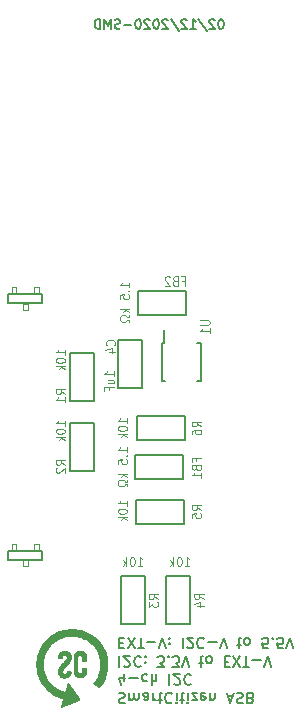
<source format=gbr>
G04 #@! TF.GenerationSoftware,KiCad,Pcbnew,(5.1.5-0-10_14)*
G04 #@! TF.CreationDate,2020-12-02T11:51:34+01:00*
G04 #@! TF.ProjectId,smartcitizen-adc-4-ch,736d6172-7463-4697-9469-7a656e2d6164,rev?*
G04 #@! TF.SameCoordinates,Original*
G04 #@! TF.FileFunction,Legend,Bot*
G04 #@! TF.FilePolarity,Positive*
%FSLAX46Y46*%
G04 Gerber Fmt 4.6, Leading zero omitted, Abs format (unit mm)*
G04 Created by KiCad (PCBNEW (5.1.5-0-10_14)) date 2020-12-02 11:51:34*
%MOMM*%
%LPD*%
G04 APERTURE LIST*
%ADD10C,0.200000*%
%ADD11C,0.010000*%
%ADD12C,0.127000*%
%ADD13C,0.150000*%
%ADD14C,0.066040*%
%ADD15C,0.152400*%
%ADD16C,0.120000*%
G04 APERTURE END LIST*
D10*
X153101428Y-113060714D02*
X153230000Y-113017857D01*
X153444285Y-113017857D01*
X153530000Y-113060714D01*
X153572857Y-113103571D01*
X153615714Y-113189285D01*
X153615714Y-113275000D01*
X153572857Y-113360714D01*
X153530000Y-113403571D01*
X153444285Y-113446428D01*
X153272857Y-113489285D01*
X153187142Y-113532142D01*
X153144285Y-113575000D01*
X153101428Y-113660714D01*
X153101428Y-113746428D01*
X153144285Y-113832142D01*
X153187142Y-113875000D01*
X153272857Y-113917857D01*
X153487142Y-113917857D01*
X153615714Y-113875000D01*
X154001428Y-113017857D02*
X154001428Y-113617857D01*
X154001428Y-113532142D02*
X154044285Y-113575000D01*
X154130000Y-113617857D01*
X154258571Y-113617857D01*
X154344285Y-113575000D01*
X154387142Y-113489285D01*
X154387142Y-113017857D01*
X154387142Y-113489285D02*
X154430000Y-113575000D01*
X154515714Y-113617857D01*
X154644285Y-113617857D01*
X154730000Y-113575000D01*
X154772857Y-113489285D01*
X154772857Y-113017857D01*
X155587142Y-113017857D02*
X155587142Y-113489285D01*
X155544285Y-113575000D01*
X155458571Y-113617857D01*
X155287142Y-113617857D01*
X155201428Y-113575000D01*
X155587142Y-113060714D02*
X155501428Y-113017857D01*
X155287142Y-113017857D01*
X155201428Y-113060714D01*
X155158571Y-113146428D01*
X155158571Y-113232142D01*
X155201428Y-113317857D01*
X155287142Y-113360714D01*
X155501428Y-113360714D01*
X155587142Y-113403571D01*
X156015714Y-113017857D02*
X156015714Y-113617857D01*
X156015714Y-113446428D02*
X156058571Y-113532142D01*
X156101428Y-113575000D01*
X156187142Y-113617857D01*
X156272857Y-113617857D01*
X156444285Y-113617857D02*
X156787142Y-113617857D01*
X156572857Y-113917857D02*
X156572857Y-113146428D01*
X156615714Y-113060714D01*
X156701428Y-113017857D01*
X156787142Y-113017857D01*
X157601428Y-113103571D02*
X157558571Y-113060714D01*
X157430000Y-113017857D01*
X157344285Y-113017857D01*
X157215714Y-113060714D01*
X157130000Y-113146428D01*
X157087142Y-113232142D01*
X157044285Y-113403571D01*
X157044285Y-113532142D01*
X157087142Y-113703571D01*
X157130000Y-113789285D01*
X157215714Y-113875000D01*
X157344285Y-113917857D01*
X157430000Y-113917857D01*
X157558571Y-113875000D01*
X157601428Y-113832142D01*
X157987142Y-113017857D02*
X157987142Y-113617857D01*
X157987142Y-113917857D02*
X157944285Y-113875000D01*
X157987142Y-113832142D01*
X158030000Y-113875000D01*
X157987142Y-113917857D01*
X157987142Y-113832142D01*
X158287142Y-113617857D02*
X158630000Y-113617857D01*
X158415714Y-113917857D02*
X158415714Y-113146428D01*
X158458571Y-113060714D01*
X158544285Y-113017857D01*
X158630000Y-113017857D01*
X158930000Y-113017857D02*
X158930000Y-113617857D01*
X158930000Y-113917857D02*
X158887142Y-113875000D01*
X158930000Y-113832142D01*
X158972857Y-113875000D01*
X158930000Y-113917857D01*
X158930000Y-113832142D01*
X159272857Y-113617857D02*
X159744285Y-113617857D01*
X159272857Y-113017857D01*
X159744285Y-113017857D01*
X160430000Y-113060714D02*
X160344285Y-113017857D01*
X160172857Y-113017857D01*
X160087142Y-113060714D01*
X160044285Y-113146428D01*
X160044285Y-113489285D01*
X160087142Y-113575000D01*
X160172857Y-113617857D01*
X160344285Y-113617857D01*
X160430000Y-113575000D01*
X160472857Y-113489285D01*
X160472857Y-113403571D01*
X160044285Y-113317857D01*
X160858571Y-113617857D02*
X160858571Y-113017857D01*
X160858571Y-113532142D02*
X160901428Y-113575000D01*
X160987142Y-113617857D01*
X161115714Y-113617857D01*
X161201428Y-113575000D01*
X161244285Y-113489285D01*
X161244285Y-113017857D01*
X162315714Y-113275000D02*
X162744285Y-113275000D01*
X162230000Y-113017857D02*
X162530000Y-113917857D01*
X162830000Y-113017857D01*
X163087142Y-113060714D02*
X163215714Y-113017857D01*
X163430000Y-113017857D01*
X163515714Y-113060714D01*
X163558571Y-113103571D01*
X163601428Y-113189285D01*
X163601428Y-113275000D01*
X163558571Y-113360714D01*
X163515714Y-113403571D01*
X163430000Y-113446428D01*
X163258571Y-113489285D01*
X163172857Y-113532142D01*
X163130000Y-113575000D01*
X163087142Y-113660714D01*
X163087142Y-113746428D01*
X163130000Y-113832142D01*
X163172857Y-113875000D01*
X163258571Y-113917857D01*
X163472857Y-113917857D01*
X163601428Y-113875000D01*
X164287142Y-113489285D02*
X164415714Y-113446428D01*
X164458571Y-113403571D01*
X164501428Y-113317857D01*
X164501428Y-113189285D01*
X164458571Y-113103571D01*
X164415714Y-113060714D01*
X164330000Y-113017857D01*
X163987142Y-113017857D01*
X163987142Y-113917857D01*
X164287142Y-113917857D01*
X164372857Y-113875000D01*
X164415714Y-113832142D01*
X164458571Y-113746428D01*
X164458571Y-113660714D01*
X164415714Y-113575000D01*
X164372857Y-113532142D01*
X164287142Y-113489285D01*
X163987142Y-113489285D01*
X153530000Y-112067857D02*
X153530000Y-111467857D01*
X153315714Y-112410714D02*
X153101428Y-111767857D01*
X153658571Y-111767857D01*
X154001428Y-111810714D02*
X154687142Y-111810714D01*
X155501428Y-111510714D02*
X155415714Y-111467857D01*
X155244285Y-111467857D01*
X155158571Y-111510714D01*
X155115714Y-111553571D01*
X155072857Y-111639285D01*
X155072857Y-111896428D01*
X155115714Y-111982142D01*
X155158571Y-112025000D01*
X155244285Y-112067857D01*
X155415714Y-112067857D01*
X155501428Y-112025000D01*
X155887142Y-111467857D02*
X155887142Y-112367857D01*
X156272857Y-111467857D02*
X156272857Y-111939285D01*
X156230000Y-112025000D01*
X156144285Y-112067857D01*
X156015714Y-112067857D01*
X155930000Y-112025000D01*
X155887142Y-111982142D01*
X157387142Y-111467857D02*
X157387142Y-112367857D01*
X157772857Y-112282142D02*
X157815714Y-112325000D01*
X157901428Y-112367857D01*
X158115714Y-112367857D01*
X158201428Y-112325000D01*
X158244285Y-112282142D01*
X158287142Y-112196428D01*
X158287142Y-112110714D01*
X158244285Y-111982142D01*
X157730000Y-111467857D01*
X158287142Y-111467857D01*
X159187142Y-111553571D02*
X159144285Y-111510714D01*
X159015714Y-111467857D01*
X158930000Y-111467857D01*
X158801428Y-111510714D01*
X158715714Y-111596428D01*
X158672857Y-111682142D01*
X158630000Y-111853571D01*
X158630000Y-111982142D01*
X158672857Y-112153571D01*
X158715714Y-112239285D01*
X158801428Y-112325000D01*
X158930000Y-112367857D01*
X159015714Y-112367857D01*
X159144285Y-112325000D01*
X159187142Y-112282142D01*
X153144285Y-109917857D02*
X153144285Y-110817857D01*
X153530000Y-110732142D02*
X153572857Y-110775000D01*
X153658571Y-110817857D01*
X153872857Y-110817857D01*
X153958571Y-110775000D01*
X154001428Y-110732142D01*
X154044285Y-110646428D01*
X154044285Y-110560714D01*
X154001428Y-110432142D01*
X153487142Y-109917857D01*
X154044285Y-109917857D01*
X154944285Y-110003571D02*
X154901428Y-109960714D01*
X154772857Y-109917857D01*
X154687142Y-109917857D01*
X154558571Y-109960714D01*
X154472857Y-110046428D01*
X154430000Y-110132142D01*
X154387142Y-110303571D01*
X154387142Y-110432142D01*
X154430000Y-110603571D01*
X154472857Y-110689285D01*
X154558571Y-110775000D01*
X154687142Y-110817857D01*
X154772857Y-110817857D01*
X154901428Y-110775000D01*
X154944285Y-110732142D01*
X155330000Y-110003571D02*
X155372857Y-109960714D01*
X155330000Y-109917857D01*
X155287142Y-109960714D01*
X155330000Y-110003571D01*
X155330000Y-109917857D01*
X155330000Y-110475000D02*
X155372857Y-110432142D01*
X155330000Y-110389285D01*
X155287142Y-110432142D01*
X155330000Y-110475000D01*
X155330000Y-110389285D01*
X156358571Y-110817857D02*
X156915714Y-110817857D01*
X156615714Y-110475000D01*
X156744285Y-110475000D01*
X156830000Y-110432142D01*
X156872857Y-110389285D01*
X156915714Y-110303571D01*
X156915714Y-110089285D01*
X156872857Y-110003571D01*
X156830000Y-109960714D01*
X156744285Y-109917857D01*
X156487142Y-109917857D01*
X156401428Y-109960714D01*
X156358571Y-110003571D01*
X157301428Y-110003571D02*
X157344285Y-109960714D01*
X157301428Y-109917857D01*
X157258571Y-109960714D01*
X157301428Y-110003571D01*
X157301428Y-109917857D01*
X157644285Y-110817857D02*
X158201428Y-110817857D01*
X157901428Y-110475000D01*
X158030000Y-110475000D01*
X158115714Y-110432142D01*
X158158571Y-110389285D01*
X158201428Y-110303571D01*
X158201428Y-110089285D01*
X158158571Y-110003571D01*
X158115714Y-109960714D01*
X158030000Y-109917857D01*
X157772857Y-109917857D01*
X157687142Y-109960714D01*
X157644285Y-110003571D01*
X158458571Y-110817857D02*
X158758571Y-109917857D01*
X159058571Y-110817857D01*
X159915714Y-110517857D02*
X160258571Y-110517857D01*
X160044285Y-110817857D02*
X160044285Y-110046428D01*
X160087142Y-109960714D01*
X160172857Y-109917857D01*
X160258571Y-109917857D01*
X160687142Y-109917857D02*
X160601428Y-109960714D01*
X160558571Y-110003571D01*
X160515714Y-110089285D01*
X160515714Y-110346428D01*
X160558571Y-110432142D01*
X160601428Y-110475000D01*
X160687142Y-110517857D01*
X160815714Y-110517857D01*
X160901428Y-110475000D01*
X160944285Y-110432142D01*
X160987142Y-110346428D01*
X160987142Y-110089285D01*
X160944285Y-110003571D01*
X160901428Y-109960714D01*
X160815714Y-109917857D01*
X160687142Y-109917857D01*
X162058571Y-110389285D02*
X162358571Y-110389285D01*
X162487142Y-109917857D02*
X162058571Y-109917857D01*
X162058571Y-110817857D01*
X162487142Y-110817857D01*
X162787142Y-110817857D02*
X163387142Y-109917857D01*
X163387142Y-110817857D02*
X162787142Y-109917857D01*
X163601428Y-110817857D02*
X164115714Y-110817857D01*
X163858571Y-109917857D02*
X163858571Y-110817857D01*
X164415714Y-110260714D02*
X165101428Y-110260714D01*
X165401428Y-110817857D02*
X165701428Y-109917857D01*
X166001428Y-110817857D01*
X153144285Y-108839285D02*
X153444285Y-108839285D01*
X153572857Y-108367857D02*
X153144285Y-108367857D01*
X153144285Y-109267857D01*
X153572857Y-109267857D01*
X153872857Y-109267857D02*
X154472857Y-108367857D01*
X154472857Y-109267857D02*
X153872857Y-108367857D01*
X154687142Y-109267857D02*
X155201428Y-109267857D01*
X154944285Y-108367857D02*
X154944285Y-109267857D01*
X155501428Y-108710714D02*
X156187142Y-108710714D01*
X156487142Y-109267857D02*
X156787142Y-108367857D01*
X157087142Y-109267857D01*
X157387142Y-108453571D02*
X157430000Y-108410714D01*
X157387142Y-108367857D01*
X157344285Y-108410714D01*
X157387142Y-108453571D01*
X157387142Y-108367857D01*
X157387142Y-108925000D02*
X157430000Y-108882142D01*
X157387142Y-108839285D01*
X157344285Y-108882142D01*
X157387142Y-108925000D01*
X157387142Y-108839285D01*
X158501428Y-108367857D02*
X158501428Y-109267857D01*
X158887142Y-109182142D02*
X158930000Y-109225000D01*
X159015714Y-109267857D01*
X159230000Y-109267857D01*
X159315714Y-109225000D01*
X159358571Y-109182142D01*
X159401428Y-109096428D01*
X159401428Y-109010714D01*
X159358571Y-108882142D01*
X158844285Y-108367857D01*
X159401428Y-108367857D01*
X160301428Y-108453571D02*
X160258571Y-108410714D01*
X160130000Y-108367857D01*
X160044285Y-108367857D01*
X159915714Y-108410714D01*
X159830000Y-108496428D01*
X159787142Y-108582142D01*
X159744285Y-108753571D01*
X159744285Y-108882142D01*
X159787142Y-109053571D01*
X159830000Y-109139285D01*
X159915714Y-109225000D01*
X160044285Y-109267857D01*
X160130000Y-109267857D01*
X160258571Y-109225000D01*
X160301428Y-109182142D01*
X160687142Y-108710714D02*
X161372857Y-108710714D01*
X161672857Y-109267857D02*
X161972857Y-108367857D01*
X162272857Y-109267857D01*
X163130000Y-108967857D02*
X163472857Y-108967857D01*
X163258571Y-109267857D02*
X163258571Y-108496428D01*
X163301428Y-108410714D01*
X163387142Y-108367857D01*
X163472857Y-108367857D01*
X163901428Y-108367857D02*
X163815714Y-108410714D01*
X163772857Y-108453571D01*
X163730000Y-108539285D01*
X163730000Y-108796428D01*
X163772857Y-108882142D01*
X163815714Y-108925000D01*
X163901428Y-108967857D01*
X164030000Y-108967857D01*
X164115714Y-108925000D01*
X164158571Y-108882142D01*
X164201428Y-108796428D01*
X164201428Y-108539285D01*
X164158571Y-108453571D01*
X164115714Y-108410714D01*
X164030000Y-108367857D01*
X163901428Y-108367857D01*
X165701428Y-109267857D02*
X165272857Y-109267857D01*
X165230000Y-108839285D01*
X165272857Y-108882142D01*
X165358571Y-108925000D01*
X165572857Y-108925000D01*
X165658571Y-108882142D01*
X165701428Y-108839285D01*
X165744285Y-108753571D01*
X165744285Y-108539285D01*
X165701428Y-108453571D01*
X165658571Y-108410714D01*
X165572857Y-108367857D01*
X165358571Y-108367857D01*
X165272857Y-108410714D01*
X165230000Y-108453571D01*
X166130000Y-108453571D02*
X166172857Y-108410714D01*
X166130000Y-108367857D01*
X166087142Y-108410714D01*
X166130000Y-108453571D01*
X166130000Y-108367857D01*
X166987142Y-109267857D02*
X166558571Y-109267857D01*
X166515714Y-108839285D01*
X166558571Y-108882142D01*
X166644285Y-108925000D01*
X166858571Y-108925000D01*
X166944285Y-108882142D01*
X166987142Y-108839285D01*
X167030000Y-108753571D01*
X167030000Y-108539285D01*
X166987142Y-108453571D01*
X166944285Y-108410714D01*
X166858571Y-108367857D01*
X166644285Y-108367857D01*
X166558571Y-108410714D01*
X166515714Y-108453571D01*
X167287142Y-109267857D02*
X167587142Y-108367857D01*
X167887142Y-109267857D01*
X161786190Y-55991904D02*
X161710000Y-55991904D01*
X161633809Y-56030000D01*
X161595714Y-56068095D01*
X161557619Y-56144285D01*
X161519523Y-56296666D01*
X161519523Y-56487142D01*
X161557619Y-56639523D01*
X161595714Y-56715714D01*
X161633809Y-56753809D01*
X161710000Y-56791904D01*
X161786190Y-56791904D01*
X161862380Y-56753809D01*
X161900476Y-56715714D01*
X161938571Y-56639523D01*
X161976666Y-56487142D01*
X161976666Y-56296666D01*
X161938571Y-56144285D01*
X161900476Y-56068095D01*
X161862380Y-56030000D01*
X161786190Y-55991904D01*
X161214761Y-56068095D02*
X161176666Y-56030000D01*
X161100476Y-55991904D01*
X160910000Y-55991904D01*
X160833809Y-56030000D01*
X160795714Y-56068095D01*
X160757619Y-56144285D01*
X160757619Y-56220476D01*
X160795714Y-56334761D01*
X161252857Y-56791904D01*
X160757619Y-56791904D01*
X159843333Y-55953809D02*
X160529047Y-56982380D01*
X159157619Y-56791904D02*
X159614761Y-56791904D01*
X159386190Y-56791904D02*
X159386190Y-55991904D01*
X159462380Y-56106190D01*
X159538571Y-56182380D01*
X159614761Y-56220476D01*
X158852857Y-56068095D02*
X158814761Y-56030000D01*
X158738571Y-55991904D01*
X158548095Y-55991904D01*
X158471904Y-56030000D01*
X158433809Y-56068095D01*
X158395714Y-56144285D01*
X158395714Y-56220476D01*
X158433809Y-56334761D01*
X158890952Y-56791904D01*
X158395714Y-56791904D01*
X157481428Y-55953809D02*
X158167142Y-56982380D01*
X157252857Y-56068095D02*
X157214761Y-56030000D01*
X157138571Y-55991904D01*
X156948095Y-55991904D01*
X156871904Y-56030000D01*
X156833809Y-56068095D01*
X156795714Y-56144285D01*
X156795714Y-56220476D01*
X156833809Y-56334761D01*
X157290952Y-56791904D01*
X156795714Y-56791904D01*
X156300476Y-55991904D02*
X156224285Y-55991904D01*
X156148095Y-56030000D01*
X156110000Y-56068095D01*
X156071904Y-56144285D01*
X156033809Y-56296666D01*
X156033809Y-56487142D01*
X156071904Y-56639523D01*
X156110000Y-56715714D01*
X156148095Y-56753809D01*
X156224285Y-56791904D01*
X156300476Y-56791904D01*
X156376666Y-56753809D01*
X156414761Y-56715714D01*
X156452857Y-56639523D01*
X156490952Y-56487142D01*
X156490952Y-56296666D01*
X156452857Y-56144285D01*
X156414761Y-56068095D01*
X156376666Y-56030000D01*
X156300476Y-55991904D01*
X155729047Y-56068095D02*
X155690952Y-56030000D01*
X155614761Y-55991904D01*
X155424285Y-55991904D01*
X155348095Y-56030000D01*
X155310000Y-56068095D01*
X155271904Y-56144285D01*
X155271904Y-56220476D01*
X155310000Y-56334761D01*
X155767142Y-56791904D01*
X155271904Y-56791904D01*
X154776666Y-55991904D02*
X154700476Y-55991904D01*
X154624285Y-56030000D01*
X154586190Y-56068095D01*
X154548095Y-56144285D01*
X154510000Y-56296666D01*
X154510000Y-56487142D01*
X154548095Y-56639523D01*
X154586190Y-56715714D01*
X154624285Y-56753809D01*
X154700476Y-56791904D01*
X154776666Y-56791904D01*
X154852857Y-56753809D01*
X154890952Y-56715714D01*
X154929047Y-56639523D01*
X154967142Y-56487142D01*
X154967142Y-56296666D01*
X154929047Y-56144285D01*
X154890952Y-56068095D01*
X154852857Y-56030000D01*
X154776666Y-55991904D01*
X154167142Y-56487142D02*
X153557619Y-56487142D01*
X153214761Y-56753809D02*
X153100476Y-56791904D01*
X152910000Y-56791904D01*
X152833809Y-56753809D01*
X152795714Y-56715714D01*
X152757619Y-56639523D01*
X152757619Y-56563333D01*
X152795714Y-56487142D01*
X152833809Y-56449047D01*
X152910000Y-56410952D01*
X153062380Y-56372857D01*
X153138571Y-56334761D01*
X153176666Y-56296666D01*
X153214761Y-56220476D01*
X153214761Y-56144285D01*
X153176666Y-56068095D01*
X153138571Y-56030000D01*
X153062380Y-55991904D01*
X152871904Y-55991904D01*
X152757619Y-56030000D01*
X152414761Y-56791904D02*
X152414761Y-55991904D01*
X152148095Y-56563333D01*
X151881428Y-55991904D01*
X151881428Y-56791904D01*
X151500476Y-56791904D02*
X151500476Y-55991904D01*
X151310000Y-55991904D01*
X151195714Y-56030000D01*
X151119523Y-56106190D01*
X151081428Y-56182380D01*
X151043333Y-56334761D01*
X151043333Y-56449047D01*
X151081428Y-56601428D01*
X151119523Y-56677619D01*
X151195714Y-56753809D01*
X151310000Y-56791904D01*
X151500476Y-56791904D01*
D11*
G36*
X149827669Y-111723423D02*
G01*
X149862492Y-111721923D01*
X149893173Y-111719315D01*
X149916870Y-111715628D01*
X149917394Y-111715512D01*
X149989322Y-111694467D01*
X150056140Y-111664822D01*
X150117360Y-111626958D01*
X150172497Y-111581254D01*
X150221063Y-111528090D01*
X150262572Y-111467847D01*
X150283099Y-111430060D01*
X150295440Y-111404587D01*
X150305566Y-111381887D01*
X150313709Y-111360561D01*
X150320104Y-111339207D01*
X150324984Y-111316424D01*
X150328583Y-111290811D01*
X150331136Y-111260966D01*
X150332875Y-111225489D01*
X150334034Y-111182978D01*
X150334848Y-111132032D01*
X150335011Y-111118910D01*
X150337049Y-110950000D01*
X149980720Y-110950000D01*
X149980720Y-111097130D01*
X149980675Y-111140143D01*
X149980490Y-111174315D01*
X149980085Y-111200963D01*
X149979379Y-111221407D01*
X149978293Y-111236964D01*
X149976748Y-111248953D01*
X149974664Y-111258692D01*
X149971961Y-111267499D01*
X149970129Y-111272566D01*
X149954523Y-111302398D01*
X149931294Y-111331434D01*
X149902832Y-111357164D01*
X149871528Y-111377074D01*
X149869872Y-111377901D01*
X149852235Y-111386084D01*
X149837672Y-111391039D01*
X149822383Y-111393557D01*
X149802568Y-111394432D01*
X149790326Y-111394500D01*
X149766238Y-111394050D01*
X149748439Y-111392214D01*
X149733081Y-111388262D01*
X149716314Y-111381466D01*
X149712635Y-111379785D01*
X149682626Y-111361606D01*
X149653892Y-111336435D01*
X149629172Y-111307138D01*
X149611210Y-111276576D01*
X149609102Y-111271651D01*
X149597180Y-111242100D01*
X149597180Y-109971886D01*
X149613779Y-109938167D01*
X149635740Y-109902975D01*
X149663654Y-109873127D01*
X149695666Y-109850306D01*
X149724818Y-109837653D01*
X149769483Y-109828854D01*
X149813647Y-109829686D01*
X149855998Y-109839776D01*
X149895221Y-109858751D01*
X149930003Y-109886240D01*
X149942124Y-109899239D01*
X149951877Y-109911056D01*
X149959835Y-109922253D01*
X149966180Y-109933989D01*
X149971093Y-109947423D01*
X149974758Y-109963712D01*
X149977356Y-109984016D01*
X149979068Y-110009493D01*
X149980078Y-110041301D01*
X149980565Y-110080600D01*
X149980714Y-110128548D01*
X149980720Y-110145011D01*
X149980720Y-110315000D01*
X150336320Y-110315000D01*
X150336320Y-110132786D01*
X150336192Y-110076847D01*
X150335734Y-110029804D01*
X150334833Y-109990395D01*
X150333376Y-109957359D01*
X150331251Y-109929434D01*
X150328345Y-109905358D01*
X150324546Y-109883870D01*
X150319740Y-109863708D01*
X150313814Y-109843609D01*
X150309268Y-109829860D01*
X150282943Y-109767957D01*
X150247774Y-109709125D01*
X150204889Y-109654495D01*
X150155419Y-109605196D01*
X150100491Y-109562356D01*
X150041233Y-109527104D01*
X149980720Y-109501240D01*
X149935390Y-109488604D01*
X149883992Y-109479478D01*
X149830113Y-109474205D01*
X149777336Y-109473128D01*
X149729249Y-109476589D01*
X149726492Y-109476962D01*
X149656182Y-109491845D01*
X149588903Y-109516298D01*
X149525167Y-109550049D01*
X149465484Y-109592826D01*
X149410364Y-109644356D01*
X149408216Y-109646645D01*
X149367794Y-109695058D01*
X149335233Y-109745953D01*
X149309299Y-109801583D01*
X149288760Y-109864198D01*
X149288428Y-109865420D01*
X149286843Y-109871359D01*
X149285416Y-109877238D01*
X149284138Y-109883599D01*
X149282999Y-109890988D01*
X149281989Y-109899948D01*
X149281099Y-109911023D01*
X149280318Y-109924757D01*
X149279638Y-109941694D01*
X149279048Y-109962378D01*
X149278538Y-109987351D01*
X149278100Y-110017160D01*
X149277722Y-110052346D01*
X149277396Y-110093455D01*
X149277112Y-110141030D01*
X149276859Y-110195615D01*
X149276629Y-110257753D01*
X149276411Y-110327989D01*
X149276196Y-110406867D01*
X149275974Y-110494930D01*
X149275786Y-110571540D01*
X149275554Y-110681947D01*
X149275420Y-110782385D01*
X149275386Y-110873045D01*
X149275453Y-110954117D01*
X149275622Y-111025792D01*
X149275894Y-111088260D01*
X149276270Y-111141713D01*
X149276750Y-111186341D01*
X149277337Y-111222334D01*
X149278031Y-111249883D01*
X149278833Y-111269179D01*
X149279717Y-111280200D01*
X149293276Y-111346802D01*
X149316042Y-111410358D01*
X149347338Y-111470169D01*
X149386485Y-111525537D01*
X149432804Y-111575760D01*
X149485619Y-111620141D01*
X149544249Y-111657978D01*
X149608019Y-111688573D01*
X149676248Y-111711225D01*
X149703860Y-111717743D01*
X149726800Y-111720974D01*
X149756979Y-111722978D01*
X149791549Y-111723784D01*
X149827669Y-111723423D01*
G37*
X149827669Y-111723423D02*
X149862492Y-111721923D01*
X149893173Y-111719315D01*
X149916870Y-111715628D01*
X149917394Y-111715512D01*
X149989322Y-111694467D01*
X150056140Y-111664822D01*
X150117360Y-111626958D01*
X150172497Y-111581254D01*
X150221063Y-111528090D01*
X150262572Y-111467847D01*
X150283099Y-111430060D01*
X150295440Y-111404587D01*
X150305566Y-111381887D01*
X150313709Y-111360561D01*
X150320104Y-111339207D01*
X150324984Y-111316424D01*
X150328583Y-111290811D01*
X150331136Y-111260966D01*
X150332875Y-111225489D01*
X150334034Y-111182978D01*
X150334848Y-111132032D01*
X150335011Y-111118910D01*
X150337049Y-110950000D01*
X149980720Y-110950000D01*
X149980720Y-111097130D01*
X149980675Y-111140143D01*
X149980490Y-111174315D01*
X149980085Y-111200963D01*
X149979379Y-111221407D01*
X149978293Y-111236964D01*
X149976748Y-111248953D01*
X149974664Y-111258692D01*
X149971961Y-111267499D01*
X149970129Y-111272566D01*
X149954523Y-111302398D01*
X149931294Y-111331434D01*
X149902832Y-111357164D01*
X149871528Y-111377074D01*
X149869872Y-111377901D01*
X149852235Y-111386084D01*
X149837672Y-111391039D01*
X149822383Y-111393557D01*
X149802568Y-111394432D01*
X149790326Y-111394500D01*
X149766238Y-111394050D01*
X149748439Y-111392214D01*
X149733081Y-111388262D01*
X149716314Y-111381466D01*
X149712635Y-111379785D01*
X149682626Y-111361606D01*
X149653892Y-111336435D01*
X149629172Y-111307138D01*
X149611210Y-111276576D01*
X149609102Y-111271651D01*
X149597180Y-111242100D01*
X149597180Y-109971886D01*
X149613779Y-109938167D01*
X149635740Y-109902975D01*
X149663654Y-109873127D01*
X149695666Y-109850306D01*
X149724818Y-109837653D01*
X149769483Y-109828854D01*
X149813647Y-109829686D01*
X149855998Y-109839776D01*
X149895221Y-109858751D01*
X149930003Y-109886240D01*
X149942124Y-109899239D01*
X149951877Y-109911056D01*
X149959835Y-109922253D01*
X149966180Y-109933989D01*
X149971093Y-109947423D01*
X149974758Y-109963712D01*
X149977356Y-109984016D01*
X149979068Y-110009493D01*
X149980078Y-110041301D01*
X149980565Y-110080600D01*
X149980714Y-110128548D01*
X149980720Y-110145011D01*
X149980720Y-110315000D01*
X150336320Y-110315000D01*
X150336320Y-110132786D01*
X150336192Y-110076847D01*
X150335734Y-110029804D01*
X150334833Y-109990395D01*
X150333376Y-109957359D01*
X150331251Y-109929434D01*
X150328345Y-109905358D01*
X150324546Y-109883870D01*
X150319740Y-109863708D01*
X150313814Y-109843609D01*
X150309268Y-109829860D01*
X150282943Y-109767957D01*
X150247774Y-109709125D01*
X150204889Y-109654495D01*
X150155419Y-109605196D01*
X150100491Y-109562356D01*
X150041233Y-109527104D01*
X149980720Y-109501240D01*
X149935390Y-109488604D01*
X149883992Y-109479478D01*
X149830113Y-109474205D01*
X149777336Y-109473128D01*
X149729249Y-109476589D01*
X149726492Y-109476962D01*
X149656182Y-109491845D01*
X149588903Y-109516298D01*
X149525167Y-109550049D01*
X149465484Y-109592826D01*
X149410364Y-109644356D01*
X149408216Y-109646645D01*
X149367794Y-109695058D01*
X149335233Y-109745953D01*
X149309299Y-109801583D01*
X149288760Y-109864198D01*
X149288428Y-109865420D01*
X149286843Y-109871359D01*
X149285416Y-109877238D01*
X149284138Y-109883599D01*
X149282999Y-109890988D01*
X149281989Y-109899948D01*
X149281099Y-109911023D01*
X149280318Y-109924757D01*
X149279638Y-109941694D01*
X149279048Y-109962378D01*
X149278538Y-109987351D01*
X149278100Y-110017160D01*
X149277722Y-110052346D01*
X149277396Y-110093455D01*
X149277112Y-110141030D01*
X149276859Y-110195615D01*
X149276629Y-110257753D01*
X149276411Y-110327989D01*
X149276196Y-110406867D01*
X149275974Y-110494930D01*
X149275786Y-110571540D01*
X149275554Y-110681947D01*
X149275420Y-110782385D01*
X149275386Y-110873045D01*
X149275453Y-110954117D01*
X149275622Y-111025792D01*
X149275894Y-111088260D01*
X149276270Y-111141713D01*
X149276750Y-111186341D01*
X149277337Y-111222334D01*
X149278031Y-111249883D01*
X149278833Y-111269179D01*
X149279717Y-111280200D01*
X149293276Y-111346802D01*
X149316042Y-111410358D01*
X149347338Y-111470169D01*
X149386485Y-111525537D01*
X149432804Y-111575760D01*
X149485619Y-111620141D01*
X149544249Y-111657978D01*
X149608019Y-111688573D01*
X149676248Y-111711225D01*
X149703860Y-111717743D01*
X149726800Y-111720974D01*
X149756979Y-111722978D01*
X149791549Y-111723784D01*
X149827669Y-111723423D01*
G36*
X148561957Y-111748215D02*
G01*
X148630711Y-111737007D01*
X148696231Y-111718715D01*
X148732193Y-111704792D01*
X148770759Y-111686878D01*
X148802748Y-111668803D01*
X148831529Y-111648322D01*
X148860468Y-111623190D01*
X148873793Y-111610400D01*
X148919877Y-111559356D01*
X148957166Y-111504864D01*
X148986641Y-111445275D01*
X149007355Y-111385729D01*
X149012785Y-111365187D01*
X149018338Y-111341118D01*
X149023646Y-111315557D01*
X149028338Y-111290541D01*
X149032045Y-111268105D01*
X149034399Y-111250284D01*
X149035029Y-111239115D01*
X149034438Y-111236466D01*
X149028925Y-111234891D01*
X149014874Y-111231853D01*
X148993761Y-111227620D01*
X148967060Y-111222462D01*
X148936245Y-111216646D01*
X148902792Y-111210442D01*
X148868173Y-111204119D01*
X148833865Y-111197944D01*
X148801340Y-111192187D01*
X148772074Y-111187117D01*
X148747541Y-111183002D01*
X148729215Y-111180111D01*
X148718572Y-111178713D01*
X148717070Y-111178625D01*
X148708116Y-111181207D01*
X148705640Y-111190626D01*
X148705640Y-111190649D01*
X148703783Y-111207254D01*
X148698773Y-111230403D01*
X148691447Y-111257295D01*
X148682643Y-111285131D01*
X148673200Y-111311112D01*
X148663955Y-111332437D01*
X148662096Y-111336101D01*
X148636944Y-111375419D01*
X148607687Y-111405443D01*
X148574315Y-111426179D01*
X148536819Y-111437633D01*
X148495188Y-111439810D01*
X148471346Y-111437188D01*
X148438462Y-111429284D01*
X148411766Y-111416327D01*
X148387818Y-111396518D01*
X148381922Y-111390354D01*
X148358749Y-111360544D01*
X148341799Y-111327465D01*
X148330583Y-111289563D01*
X148324614Y-111245288D01*
X148323288Y-111204000D01*
X148326686Y-111149411D01*
X148336926Y-111097389D01*
X148354574Y-111046436D01*
X148380195Y-110995056D01*
X148414354Y-110941748D01*
X148430557Y-110919520D01*
X148454856Y-110888755D01*
X148480873Y-110859130D01*
X148510077Y-110829181D01*
X148543937Y-110797446D01*
X148583921Y-110762463D01*
X148611660Y-110739140D01*
X148647607Y-110709008D01*
X148677579Y-110683177D01*
X148703638Y-110659733D01*
X148727844Y-110636758D01*
X148752257Y-110612338D01*
X148778938Y-110584556D01*
X148786317Y-110576741D01*
X148848174Y-110507399D01*
X148900832Y-110440289D01*
X148944775Y-110374563D01*
X148980486Y-110309373D01*
X149008448Y-110243872D01*
X149029144Y-110177211D01*
X149038712Y-110134020D01*
X149042912Y-110101450D01*
X149044948Y-110062015D01*
X149044909Y-110018755D01*
X149042884Y-109974713D01*
X149038963Y-109932930D01*
X149033236Y-109896447D01*
X149031479Y-109888280D01*
X149012374Y-109822650D01*
X148986361Y-109760134D01*
X148954259Y-109701952D01*
X148916889Y-109649326D01*
X148875068Y-109603474D01*
X148829615Y-109565617D01*
X148803572Y-109548767D01*
X148741571Y-109518199D01*
X148673854Y-109495127D01*
X148601835Y-109479808D01*
X148526923Y-109472494D01*
X148450532Y-109473443D01*
X148409009Y-109477499D01*
X148335238Y-109491482D01*
X148267316Y-109513759D01*
X148205182Y-109544360D01*
X148148772Y-109583314D01*
X148101651Y-109626796D01*
X148053030Y-109685332D01*
X148011684Y-109750822D01*
X147977714Y-109823024D01*
X147951221Y-109901697D01*
X147932305Y-109986601D01*
X147923285Y-110052912D01*
X147921268Y-110074290D01*
X147919955Y-110091496D01*
X147919500Y-110102299D01*
X147919739Y-110104834D01*
X147924916Y-110105502D01*
X147938740Y-110106728D01*
X147959721Y-110108405D01*
X147986370Y-110110431D01*
X148017194Y-110112698D01*
X148050704Y-110115105D01*
X148085409Y-110117544D01*
X148119818Y-110119913D01*
X148152441Y-110122106D01*
X148181788Y-110124019D01*
X148206366Y-110125547D01*
X148224687Y-110126586D01*
X148235260Y-110127030D01*
X148236125Y-110127039D01*
X148241053Y-110126054D01*
X148244840Y-110121927D01*
X148248144Y-110112901D01*
X148251620Y-110097219D01*
X148255612Y-110074970D01*
X148264727Y-110031115D01*
X148276640Y-109987755D01*
X148290430Y-109947757D01*
X148305175Y-109913987D01*
X148310698Y-109903627D01*
X148329114Y-109876822D01*
X148353062Y-109849896D01*
X148379512Y-109825870D01*
X148405430Y-109807766D01*
X148408729Y-109805937D01*
X148446395Y-109791394D01*
X148486676Y-109785973D01*
X148527687Y-109789687D01*
X148567543Y-109802548D01*
X148572402Y-109804825D01*
X148595094Y-109818766D01*
X148619310Y-109838367D01*
X148642188Y-109860886D01*
X148660865Y-109883581D01*
X148670023Y-109898331D01*
X148681993Y-109929499D01*
X148690313Y-109967282D01*
X148694728Y-110008720D01*
X148694982Y-110050851D01*
X148690822Y-110090715D01*
X148687852Y-110105412D01*
X148672340Y-110153276D01*
X148648507Y-110202490D01*
X148617551Y-110250851D01*
X148589956Y-110285724D01*
X148582339Y-110293701D01*
X148568100Y-110307791D01*
X148548073Y-110327200D01*
X148523087Y-110351136D01*
X148493974Y-110378805D01*
X148461566Y-110409413D01*
X148426694Y-110442168D01*
X148393011Y-110473647D01*
X148355475Y-110508831D01*
X148318755Y-110543609D01*
X148283830Y-110577029D01*
X148251683Y-110608135D01*
X148223294Y-110635976D01*
X148199644Y-110659595D01*
X148181713Y-110678041D01*
X148172240Y-110688325D01*
X148123249Y-110746513D01*
X148082199Y-110800972D01*
X148048300Y-110853174D01*
X148020763Y-110904588D01*
X147998800Y-110956685D01*
X147981621Y-111010937D01*
X147968618Y-111067873D01*
X147964603Y-111090224D01*
X147961813Y-111110070D01*
X147960115Y-111129875D01*
X147959374Y-111152101D01*
X147959456Y-111179212D01*
X147960227Y-111213670D01*
X147960378Y-111219069D01*
X147962524Y-111269098D01*
X147966138Y-111311404D01*
X147971637Y-111348372D01*
X147979439Y-111382384D01*
X147989964Y-111415825D01*
X147999234Y-111440314D01*
X148028999Y-111502134D01*
X148066490Y-111559131D01*
X148110714Y-111610201D01*
X148160679Y-111654243D01*
X148215395Y-111690155D01*
X148231735Y-111698755D01*
X148290061Y-111722642D01*
X148354019Y-111739554D01*
X148421837Y-111749467D01*
X148491741Y-111752361D01*
X148561957Y-111748215D01*
G37*
X148561957Y-111748215D02*
X148630711Y-111737007D01*
X148696231Y-111718715D01*
X148732193Y-111704792D01*
X148770759Y-111686878D01*
X148802748Y-111668803D01*
X148831529Y-111648322D01*
X148860468Y-111623190D01*
X148873793Y-111610400D01*
X148919877Y-111559356D01*
X148957166Y-111504864D01*
X148986641Y-111445275D01*
X149007355Y-111385729D01*
X149012785Y-111365187D01*
X149018338Y-111341118D01*
X149023646Y-111315557D01*
X149028338Y-111290541D01*
X149032045Y-111268105D01*
X149034399Y-111250284D01*
X149035029Y-111239115D01*
X149034438Y-111236466D01*
X149028925Y-111234891D01*
X149014874Y-111231853D01*
X148993761Y-111227620D01*
X148967060Y-111222462D01*
X148936245Y-111216646D01*
X148902792Y-111210442D01*
X148868173Y-111204119D01*
X148833865Y-111197944D01*
X148801340Y-111192187D01*
X148772074Y-111187117D01*
X148747541Y-111183002D01*
X148729215Y-111180111D01*
X148718572Y-111178713D01*
X148717070Y-111178625D01*
X148708116Y-111181207D01*
X148705640Y-111190626D01*
X148705640Y-111190649D01*
X148703783Y-111207254D01*
X148698773Y-111230403D01*
X148691447Y-111257295D01*
X148682643Y-111285131D01*
X148673200Y-111311112D01*
X148663955Y-111332437D01*
X148662096Y-111336101D01*
X148636944Y-111375419D01*
X148607687Y-111405443D01*
X148574315Y-111426179D01*
X148536819Y-111437633D01*
X148495188Y-111439810D01*
X148471346Y-111437188D01*
X148438462Y-111429284D01*
X148411766Y-111416327D01*
X148387818Y-111396518D01*
X148381922Y-111390354D01*
X148358749Y-111360544D01*
X148341799Y-111327465D01*
X148330583Y-111289563D01*
X148324614Y-111245288D01*
X148323288Y-111204000D01*
X148326686Y-111149411D01*
X148336926Y-111097389D01*
X148354574Y-111046436D01*
X148380195Y-110995056D01*
X148414354Y-110941748D01*
X148430557Y-110919520D01*
X148454856Y-110888755D01*
X148480873Y-110859130D01*
X148510077Y-110829181D01*
X148543937Y-110797446D01*
X148583921Y-110762463D01*
X148611660Y-110739140D01*
X148647607Y-110709008D01*
X148677579Y-110683177D01*
X148703638Y-110659733D01*
X148727844Y-110636758D01*
X148752257Y-110612338D01*
X148778938Y-110584556D01*
X148786317Y-110576741D01*
X148848174Y-110507399D01*
X148900832Y-110440289D01*
X148944775Y-110374563D01*
X148980486Y-110309373D01*
X149008448Y-110243872D01*
X149029144Y-110177211D01*
X149038712Y-110134020D01*
X149042912Y-110101450D01*
X149044948Y-110062015D01*
X149044909Y-110018755D01*
X149042884Y-109974713D01*
X149038963Y-109932930D01*
X149033236Y-109896447D01*
X149031479Y-109888280D01*
X149012374Y-109822650D01*
X148986361Y-109760134D01*
X148954259Y-109701952D01*
X148916889Y-109649326D01*
X148875068Y-109603474D01*
X148829615Y-109565617D01*
X148803572Y-109548767D01*
X148741571Y-109518199D01*
X148673854Y-109495127D01*
X148601835Y-109479808D01*
X148526923Y-109472494D01*
X148450532Y-109473443D01*
X148409009Y-109477499D01*
X148335238Y-109491482D01*
X148267316Y-109513759D01*
X148205182Y-109544360D01*
X148148772Y-109583314D01*
X148101651Y-109626796D01*
X148053030Y-109685332D01*
X148011684Y-109750822D01*
X147977714Y-109823024D01*
X147951221Y-109901697D01*
X147932305Y-109986601D01*
X147923285Y-110052912D01*
X147921268Y-110074290D01*
X147919955Y-110091496D01*
X147919500Y-110102299D01*
X147919739Y-110104834D01*
X147924916Y-110105502D01*
X147938740Y-110106728D01*
X147959721Y-110108405D01*
X147986370Y-110110431D01*
X148017194Y-110112698D01*
X148050704Y-110115105D01*
X148085409Y-110117544D01*
X148119818Y-110119913D01*
X148152441Y-110122106D01*
X148181788Y-110124019D01*
X148206366Y-110125547D01*
X148224687Y-110126586D01*
X148235260Y-110127030D01*
X148236125Y-110127039D01*
X148241053Y-110126054D01*
X148244840Y-110121927D01*
X148248144Y-110112901D01*
X148251620Y-110097219D01*
X148255612Y-110074970D01*
X148264727Y-110031115D01*
X148276640Y-109987755D01*
X148290430Y-109947757D01*
X148305175Y-109913987D01*
X148310698Y-109903627D01*
X148329114Y-109876822D01*
X148353062Y-109849896D01*
X148379512Y-109825870D01*
X148405430Y-109807766D01*
X148408729Y-109805937D01*
X148446395Y-109791394D01*
X148486676Y-109785973D01*
X148527687Y-109789687D01*
X148567543Y-109802548D01*
X148572402Y-109804825D01*
X148595094Y-109818766D01*
X148619310Y-109838367D01*
X148642188Y-109860886D01*
X148660865Y-109883581D01*
X148670023Y-109898331D01*
X148681993Y-109929499D01*
X148690313Y-109967282D01*
X148694728Y-110008720D01*
X148694982Y-110050851D01*
X148690822Y-110090715D01*
X148687852Y-110105412D01*
X148672340Y-110153276D01*
X148648507Y-110202490D01*
X148617551Y-110250851D01*
X148589956Y-110285724D01*
X148582339Y-110293701D01*
X148568100Y-110307791D01*
X148548073Y-110327200D01*
X148523087Y-110351136D01*
X148493974Y-110378805D01*
X148461566Y-110409413D01*
X148426694Y-110442168D01*
X148393011Y-110473647D01*
X148355475Y-110508831D01*
X148318755Y-110543609D01*
X148283830Y-110577029D01*
X148251683Y-110608135D01*
X148223294Y-110635976D01*
X148199644Y-110659595D01*
X148181713Y-110678041D01*
X148172240Y-110688325D01*
X148123249Y-110746513D01*
X148082199Y-110800972D01*
X148048300Y-110853174D01*
X148020763Y-110904588D01*
X147998800Y-110956685D01*
X147981621Y-111010937D01*
X147968618Y-111067873D01*
X147964603Y-111090224D01*
X147961813Y-111110070D01*
X147960115Y-111129875D01*
X147959374Y-111152101D01*
X147959456Y-111179212D01*
X147960227Y-111213670D01*
X147960378Y-111219069D01*
X147962524Y-111269098D01*
X147966138Y-111311404D01*
X147971637Y-111348372D01*
X147979439Y-111382384D01*
X147989964Y-111415825D01*
X147999234Y-111440314D01*
X148028999Y-111502134D01*
X148066490Y-111559131D01*
X148110714Y-111610201D01*
X148160679Y-111654243D01*
X148215395Y-111690155D01*
X148231735Y-111698755D01*
X148290061Y-111722642D01*
X148354019Y-111739554D01*
X148421837Y-111749467D01*
X148491741Y-111752361D01*
X148561957Y-111748215D01*
G36*
X148256536Y-114210296D02*
G01*
X148257708Y-114210179D01*
X148265330Y-114208031D01*
X148281745Y-114202363D01*
X148306316Y-114193427D01*
X148338403Y-114181473D01*
X148377368Y-114166754D01*
X148422573Y-114149519D01*
X148473379Y-114130021D01*
X148529148Y-114108511D01*
X148589241Y-114085240D01*
X148653020Y-114060459D01*
X148719845Y-114034419D01*
X148789080Y-114007372D01*
X148860085Y-113979569D01*
X148932221Y-113951261D01*
X149004851Y-113922700D01*
X149077335Y-113894136D01*
X149149035Y-113865822D01*
X149219314Y-113838007D01*
X149287531Y-113810944D01*
X149353049Y-113784884D01*
X149415229Y-113760077D01*
X149473433Y-113736776D01*
X149527023Y-113715231D01*
X149575359Y-113695694D01*
X149617803Y-113678416D01*
X149653716Y-113663647D01*
X149682461Y-113651641D01*
X149703399Y-113642647D01*
X149715891Y-113636917D01*
X149719094Y-113635129D01*
X149736992Y-113615485D01*
X149748292Y-113590472D01*
X149752418Y-113562905D01*
X149748792Y-113535598D01*
X149742600Y-113520405D01*
X149738534Y-113514129D01*
X149729002Y-113500142D01*
X149714401Y-113479008D01*
X149695131Y-113451293D01*
X149671591Y-113417562D01*
X149644180Y-113378380D01*
X149613295Y-113334312D01*
X149579337Y-113285924D01*
X149542704Y-113233781D01*
X149503794Y-113178448D01*
X149463007Y-113120490D01*
X149420740Y-113060472D01*
X149377394Y-112998959D01*
X149333367Y-112936517D01*
X149289057Y-112873711D01*
X149244864Y-112811107D01*
X149201185Y-112749268D01*
X149158421Y-112688761D01*
X149116969Y-112630150D01*
X149077228Y-112574002D01*
X149039598Y-112520880D01*
X149004477Y-112471350D01*
X148972264Y-112425978D01*
X148943357Y-112385329D01*
X148918156Y-112349967D01*
X148897059Y-112320458D01*
X148880465Y-112297368D01*
X148868773Y-112281260D01*
X148862381Y-112272702D01*
X148861464Y-112271588D01*
X148843061Y-112256435D01*
X148822804Y-112247251D01*
X148810423Y-112245400D01*
X148796512Y-112249866D01*
X148782139Y-112261627D01*
X148769707Y-112278234D01*
X148762484Y-112294265D01*
X148759978Y-112302406D01*
X148754795Y-112319420D01*
X148747193Y-112344451D01*
X148737431Y-112376647D01*
X148725768Y-112415151D01*
X148712462Y-112459110D01*
X148697772Y-112507671D01*
X148681957Y-112559977D01*
X148665276Y-112615176D01*
X148656514Y-112644180D01*
X148639645Y-112699960D01*
X148623614Y-112752848D01*
X148608664Y-112802046D01*
X148595039Y-112846756D01*
X148582985Y-112886180D01*
X148572745Y-112919518D01*
X148564563Y-112945975D01*
X148558685Y-112964750D01*
X148555354Y-112975046D01*
X148554690Y-112976813D01*
X148548742Y-112976903D01*
X148534504Y-112974300D01*
X148513373Y-112969382D01*
X148486741Y-112962531D01*
X148456004Y-112954128D01*
X148422557Y-112944553D01*
X148387794Y-112934187D01*
X148353110Y-112923410D01*
X148322100Y-112913337D01*
X148173765Y-112858794D01*
X148030799Y-112795654D01*
X147892913Y-112723762D01*
X147759822Y-112642962D01*
X147631237Y-112553096D01*
X147565341Y-112502158D01*
X147447709Y-112401687D01*
X147337054Y-112294063D01*
X147233680Y-112179759D01*
X147137893Y-112059247D01*
X147049996Y-111932998D01*
X146970295Y-111801485D01*
X146899094Y-111665179D01*
X146836697Y-111524553D01*
X146783411Y-111380078D01*
X146739538Y-111232226D01*
X146735535Y-111216700D01*
X146701826Y-111063772D01*
X146678208Y-110910114D01*
X146664664Y-110756042D01*
X146661180Y-110601874D01*
X146667740Y-110447928D01*
X146684328Y-110294520D01*
X146710929Y-110141967D01*
X146747527Y-109990586D01*
X146794107Y-109840696D01*
X146804204Y-109812080D01*
X146861443Y-109667685D01*
X146927303Y-109528346D01*
X147001436Y-109394343D01*
X147083494Y-109265960D01*
X147173128Y-109143479D01*
X147269991Y-109027181D01*
X147373734Y-108917348D01*
X147484009Y-108814264D01*
X147600469Y-108718209D01*
X147722764Y-108629466D01*
X147850547Y-108548317D01*
X147983470Y-108475045D01*
X148121185Y-108409930D01*
X148263343Y-108353256D01*
X148409597Y-108305304D01*
X148559598Y-108266357D01*
X148712998Y-108236696D01*
X148756440Y-108230104D01*
X148896341Y-108214484D01*
X149039349Y-108206880D01*
X149182903Y-108207314D01*
X149324443Y-108215804D01*
X149409220Y-108225015D01*
X149563491Y-108249888D01*
X149716114Y-108284625D01*
X149866421Y-108328982D01*
X150013746Y-108382710D01*
X150157424Y-108445564D01*
X150296789Y-108517295D01*
X150431174Y-108597658D01*
X150452753Y-108611685D01*
X150575675Y-108698182D01*
X150693516Y-108792483D01*
X150805308Y-108893685D01*
X150910082Y-109000882D01*
X151006869Y-109113169D01*
X151053327Y-109172746D01*
X151143629Y-109300924D01*
X151225056Y-109433498D01*
X151297493Y-109570041D01*
X151360823Y-109710123D01*
X151414930Y-109853317D01*
X151459700Y-109999196D01*
X151495017Y-110147332D01*
X151520765Y-110297296D01*
X151536828Y-110448661D01*
X151543091Y-110600998D01*
X151539438Y-110753881D01*
X151525753Y-110906881D01*
X151524551Y-110916529D01*
X151499956Y-111070478D01*
X151465585Y-111222185D01*
X151421657Y-111371149D01*
X151368389Y-111516872D01*
X151306000Y-111658854D01*
X151234709Y-111796597D01*
X151154734Y-111929599D01*
X151066293Y-112057363D01*
X150974772Y-112173265D01*
X150960073Y-112191592D01*
X150949507Y-112206488D01*
X150944070Y-112216453D01*
X150943888Y-112219729D01*
X150951795Y-112226436D01*
X150966487Y-112238174D01*
X150987075Y-112254275D01*
X151012673Y-112274068D01*
X151042392Y-112296883D01*
X151075344Y-112322050D01*
X151110643Y-112348900D01*
X151147400Y-112376761D01*
X151184728Y-112404965D01*
X151221738Y-112432841D01*
X151257543Y-112459719D01*
X151291256Y-112484930D01*
X151321989Y-112507803D01*
X151348854Y-112527668D01*
X151370963Y-112543856D01*
X151387428Y-112555697D01*
X151397363Y-112562519D01*
X151399981Y-112563947D01*
X151406051Y-112559043D01*
X151417335Y-112547183D01*
X151432896Y-112529496D01*
X151451794Y-112507113D01*
X151473092Y-112481162D01*
X151495851Y-112452773D01*
X151519132Y-112423075D01*
X151541997Y-112393197D01*
X151543371Y-112391376D01*
X151643576Y-112250094D01*
X151735173Y-112103664D01*
X151817982Y-111952520D01*
X151891820Y-111797095D01*
X151956507Y-111637823D01*
X152011861Y-111475138D01*
X152057701Y-111309473D01*
X152093844Y-111141261D01*
X152111681Y-111033313D01*
X152122257Y-110954411D01*
X152130251Y-110879059D01*
X152135877Y-110804156D01*
X152139350Y-110726601D01*
X152140884Y-110643293D01*
X152141004Y-110609640D01*
X152137251Y-110451607D01*
X152125800Y-110298762D01*
X152106365Y-110149341D01*
X152078659Y-110001584D01*
X152042396Y-109853726D01*
X151997288Y-109704005D01*
X151990165Y-109682540D01*
X151930049Y-109519095D01*
X151861124Y-109360497D01*
X151783653Y-109207026D01*
X151697899Y-109058958D01*
X151604127Y-108916571D01*
X151502600Y-108780144D01*
X151393582Y-108649953D01*
X151277338Y-108526276D01*
X151154130Y-108409391D01*
X151024223Y-108299576D01*
X150887881Y-108197108D01*
X150745367Y-108102265D01*
X150596946Y-108015325D01*
X150442881Y-107936565D01*
X150283436Y-107866264D01*
X150252500Y-107853863D01*
X150091613Y-107795375D01*
X149929556Y-107746499D01*
X149765363Y-107707010D01*
X149598066Y-107676686D01*
X149426699Y-107655303D01*
X149373660Y-107650541D01*
X149347884Y-107648882D01*
X149314476Y-107647416D01*
X149275133Y-107646161D01*
X149231556Y-107645134D01*
X149185444Y-107644350D01*
X149138497Y-107643827D01*
X149092413Y-107643581D01*
X149048893Y-107643629D01*
X149009636Y-107643987D01*
X148976342Y-107644673D01*
X148950709Y-107645703D01*
X148941860Y-107646305D01*
X148846365Y-107654963D01*
X148758897Y-107664616D01*
X148677342Y-107675600D01*
X148599587Y-107688251D01*
X148523521Y-107702902D01*
X148447029Y-107719890D01*
X148390680Y-107733713D01*
X148220237Y-107782209D01*
X148053797Y-107840019D01*
X147891574Y-107907033D01*
X147733782Y-107983141D01*
X147580638Y-108068232D01*
X147432357Y-108162196D01*
X147289153Y-108264922D01*
X147171480Y-108359132D01*
X147140994Y-108385709D01*
X147105515Y-108418204D01*
X147066500Y-108455157D01*
X147025408Y-108495106D01*
X146983696Y-108536593D01*
X146942824Y-108578155D01*
X146904248Y-108618331D01*
X146869428Y-108655662D01*
X146839821Y-108688686D01*
X146824038Y-108707180D01*
X146713695Y-108847668D01*
X146612608Y-108992258D01*
X146520824Y-109140832D01*
X146438391Y-109293272D01*
X146365357Y-109449460D01*
X146301769Y-109609280D01*
X146247675Y-109772613D01*
X146203123Y-109939341D01*
X146168161Y-110109347D01*
X146142835Y-110282513D01*
X146129762Y-110420246D01*
X146127886Y-110454690D01*
X146126606Y-110496860D01*
X146125896Y-110544947D01*
X146125728Y-110597140D01*
X146126076Y-110651626D01*
X146126914Y-110706596D01*
X146128215Y-110760239D01*
X146129952Y-110810744D01*
X146132098Y-110856299D01*
X146134628Y-110895095D01*
X146137134Y-110922060D01*
X146157129Y-111071637D01*
X146182639Y-111214411D01*
X146214140Y-111352403D01*
X146252107Y-111487632D01*
X146297014Y-111622118D01*
X146310427Y-111658660D01*
X146376027Y-111819838D01*
X146450199Y-111975766D01*
X146532668Y-112126195D01*
X146623162Y-112270875D01*
X146721409Y-112409558D01*
X146827134Y-112541993D01*
X146940066Y-112667933D01*
X147059931Y-112787127D01*
X147186455Y-112899327D01*
X147319367Y-113004283D01*
X147458393Y-113101746D01*
X147603259Y-113191466D01*
X147753694Y-113273195D01*
X147909424Y-113346683D01*
X148070175Y-113411682D01*
X148235676Y-113467941D01*
X148319188Y-113492455D01*
X148345738Y-113500111D01*
X148368401Y-113507147D01*
X148385558Y-113513020D01*
X148395595Y-113517187D01*
X148397531Y-113518753D01*
X148395941Y-113524233D01*
X148391618Y-113538590D01*
X148384815Y-113560994D01*
X148375786Y-113590613D01*
X148364786Y-113626613D01*
X148352069Y-113668163D01*
X148337889Y-113714430D01*
X148322501Y-113764584D01*
X148306159Y-113817790D01*
X148302281Y-113830410D01*
X148281955Y-113896625D01*
X148264486Y-113953851D01*
X148249717Y-114002801D01*
X148237489Y-114044188D01*
X148227647Y-114078726D01*
X148220033Y-114107128D01*
X148214489Y-114130108D01*
X148210858Y-114148378D01*
X148208982Y-114162653D01*
X148208705Y-114173645D01*
X148209869Y-114182068D01*
X148212317Y-114188635D01*
X148215891Y-114194059D01*
X148220434Y-114199054D01*
X148220878Y-114199501D01*
X148230704Y-114207640D01*
X148241075Y-114210799D01*
X148256536Y-114210296D01*
G37*
X148256536Y-114210296D02*
X148257708Y-114210179D01*
X148265330Y-114208031D01*
X148281745Y-114202363D01*
X148306316Y-114193427D01*
X148338403Y-114181473D01*
X148377368Y-114166754D01*
X148422573Y-114149519D01*
X148473379Y-114130021D01*
X148529148Y-114108511D01*
X148589241Y-114085240D01*
X148653020Y-114060459D01*
X148719845Y-114034419D01*
X148789080Y-114007372D01*
X148860085Y-113979569D01*
X148932221Y-113951261D01*
X149004851Y-113922700D01*
X149077335Y-113894136D01*
X149149035Y-113865822D01*
X149219314Y-113838007D01*
X149287531Y-113810944D01*
X149353049Y-113784884D01*
X149415229Y-113760077D01*
X149473433Y-113736776D01*
X149527023Y-113715231D01*
X149575359Y-113695694D01*
X149617803Y-113678416D01*
X149653716Y-113663647D01*
X149682461Y-113651641D01*
X149703399Y-113642647D01*
X149715891Y-113636917D01*
X149719094Y-113635129D01*
X149736992Y-113615485D01*
X149748292Y-113590472D01*
X149752418Y-113562905D01*
X149748792Y-113535598D01*
X149742600Y-113520405D01*
X149738534Y-113514129D01*
X149729002Y-113500142D01*
X149714401Y-113479008D01*
X149695131Y-113451293D01*
X149671591Y-113417562D01*
X149644180Y-113378380D01*
X149613295Y-113334312D01*
X149579337Y-113285924D01*
X149542704Y-113233781D01*
X149503794Y-113178448D01*
X149463007Y-113120490D01*
X149420740Y-113060472D01*
X149377394Y-112998959D01*
X149333367Y-112936517D01*
X149289057Y-112873711D01*
X149244864Y-112811107D01*
X149201185Y-112749268D01*
X149158421Y-112688761D01*
X149116969Y-112630150D01*
X149077228Y-112574002D01*
X149039598Y-112520880D01*
X149004477Y-112471350D01*
X148972264Y-112425978D01*
X148943357Y-112385329D01*
X148918156Y-112349967D01*
X148897059Y-112320458D01*
X148880465Y-112297368D01*
X148868773Y-112281260D01*
X148862381Y-112272702D01*
X148861464Y-112271588D01*
X148843061Y-112256435D01*
X148822804Y-112247251D01*
X148810423Y-112245400D01*
X148796512Y-112249866D01*
X148782139Y-112261627D01*
X148769707Y-112278234D01*
X148762484Y-112294265D01*
X148759978Y-112302406D01*
X148754795Y-112319420D01*
X148747193Y-112344451D01*
X148737431Y-112376647D01*
X148725768Y-112415151D01*
X148712462Y-112459110D01*
X148697772Y-112507671D01*
X148681957Y-112559977D01*
X148665276Y-112615176D01*
X148656514Y-112644180D01*
X148639645Y-112699960D01*
X148623614Y-112752848D01*
X148608664Y-112802046D01*
X148595039Y-112846756D01*
X148582985Y-112886180D01*
X148572745Y-112919518D01*
X148564563Y-112945975D01*
X148558685Y-112964750D01*
X148555354Y-112975046D01*
X148554690Y-112976813D01*
X148548742Y-112976903D01*
X148534504Y-112974300D01*
X148513373Y-112969382D01*
X148486741Y-112962531D01*
X148456004Y-112954128D01*
X148422557Y-112944553D01*
X148387794Y-112934187D01*
X148353110Y-112923410D01*
X148322100Y-112913337D01*
X148173765Y-112858794D01*
X148030799Y-112795654D01*
X147892913Y-112723762D01*
X147759822Y-112642962D01*
X147631237Y-112553096D01*
X147565341Y-112502158D01*
X147447709Y-112401687D01*
X147337054Y-112294063D01*
X147233680Y-112179759D01*
X147137893Y-112059247D01*
X147049996Y-111932998D01*
X146970295Y-111801485D01*
X146899094Y-111665179D01*
X146836697Y-111524553D01*
X146783411Y-111380078D01*
X146739538Y-111232226D01*
X146735535Y-111216700D01*
X146701826Y-111063772D01*
X146678208Y-110910114D01*
X146664664Y-110756042D01*
X146661180Y-110601874D01*
X146667740Y-110447928D01*
X146684328Y-110294520D01*
X146710929Y-110141967D01*
X146747527Y-109990586D01*
X146794107Y-109840696D01*
X146804204Y-109812080D01*
X146861443Y-109667685D01*
X146927303Y-109528346D01*
X147001436Y-109394343D01*
X147083494Y-109265960D01*
X147173128Y-109143479D01*
X147269991Y-109027181D01*
X147373734Y-108917348D01*
X147484009Y-108814264D01*
X147600469Y-108718209D01*
X147722764Y-108629466D01*
X147850547Y-108548317D01*
X147983470Y-108475045D01*
X148121185Y-108409930D01*
X148263343Y-108353256D01*
X148409597Y-108305304D01*
X148559598Y-108266357D01*
X148712998Y-108236696D01*
X148756440Y-108230104D01*
X148896341Y-108214484D01*
X149039349Y-108206880D01*
X149182903Y-108207314D01*
X149324443Y-108215804D01*
X149409220Y-108225015D01*
X149563491Y-108249888D01*
X149716114Y-108284625D01*
X149866421Y-108328982D01*
X150013746Y-108382710D01*
X150157424Y-108445564D01*
X150296789Y-108517295D01*
X150431174Y-108597658D01*
X150452753Y-108611685D01*
X150575675Y-108698182D01*
X150693516Y-108792483D01*
X150805308Y-108893685D01*
X150910082Y-109000882D01*
X151006869Y-109113169D01*
X151053327Y-109172746D01*
X151143629Y-109300924D01*
X151225056Y-109433498D01*
X151297493Y-109570041D01*
X151360823Y-109710123D01*
X151414930Y-109853317D01*
X151459700Y-109999196D01*
X151495017Y-110147332D01*
X151520765Y-110297296D01*
X151536828Y-110448661D01*
X151543091Y-110600998D01*
X151539438Y-110753881D01*
X151525753Y-110906881D01*
X151524551Y-110916529D01*
X151499956Y-111070478D01*
X151465585Y-111222185D01*
X151421657Y-111371149D01*
X151368389Y-111516872D01*
X151306000Y-111658854D01*
X151234709Y-111796597D01*
X151154734Y-111929599D01*
X151066293Y-112057363D01*
X150974772Y-112173265D01*
X150960073Y-112191592D01*
X150949507Y-112206488D01*
X150944070Y-112216453D01*
X150943888Y-112219729D01*
X150951795Y-112226436D01*
X150966487Y-112238174D01*
X150987075Y-112254275D01*
X151012673Y-112274068D01*
X151042392Y-112296883D01*
X151075344Y-112322050D01*
X151110643Y-112348900D01*
X151147400Y-112376761D01*
X151184728Y-112404965D01*
X151221738Y-112432841D01*
X151257543Y-112459719D01*
X151291256Y-112484930D01*
X151321989Y-112507803D01*
X151348854Y-112527668D01*
X151370963Y-112543856D01*
X151387428Y-112555697D01*
X151397363Y-112562519D01*
X151399981Y-112563947D01*
X151406051Y-112559043D01*
X151417335Y-112547183D01*
X151432896Y-112529496D01*
X151451794Y-112507113D01*
X151473092Y-112481162D01*
X151495851Y-112452773D01*
X151519132Y-112423075D01*
X151541997Y-112393197D01*
X151543371Y-112391376D01*
X151643576Y-112250094D01*
X151735173Y-112103664D01*
X151817982Y-111952520D01*
X151891820Y-111797095D01*
X151956507Y-111637823D01*
X152011861Y-111475138D01*
X152057701Y-111309473D01*
X152093844Y-111141261D01*
X152111681Y-111033313D01*
X152122257Y-110954411D01*
X152130251Y-110879059D01*
X152135877Y-110804156D01*
X152139350Y-110726601D01*
X152140884Y-110643293D01*
X152141004Y-110609640D01*
X152137251Y-110451607D01*
X152125800Y-110298762D01*
X152106365Y-110149341D01*
X152078659Y-110001584D01*
X152042396Y-109853726D01*
X151997288Y-109704005D01*
X151990165Y-109682540D01*
X151930049Y-109519095D01*
X151861124Y-109360497D01*
X151783653Y-109207026D01*
X151697899Y-109058958D01*
X151604127Y-108916571D01*
X151502600Y-108780144D01*
X151393582Y-108649953D01*
X151277338Y-108526276D01*
X151154130Y-108409391D01*
X151024223Y-108299576D01*
X150887881Y-108197108D01*
X150745367Y-108102265D01*
X150596946Y-108015325D01*
X150442881Y-107936565D01*
X150283436Y-107866264D01*
X150252500Y-107853863D01*
X150091613Y-107795375D01*
X149929556Y-107746499D01*
X149765363Y-107707010D01*
X149598066Y-107676686D01*
X149426699Y-107655303D01*
X149373660Y-107650541D01*
X149347884Y-107648882D01*
X149314476Y-107647416D01*
X149275133Y-107646161D01*
X149231556Y-107645134D01*
X149185444Y-107644350D01*
X149138497Y-107643827D01*
X149092413Y-107643581D01*
X149048893Y-107643629D01*
X149009636Y-107643987D01*
X148976342Y-107644673D01*
X148950709Y-107645703D01*
X148941860Y-107646305D01*
X148846365Y-107654963D01*
X148758897Y-107664616D01*
X148677342Y-107675600D01*
X148599587Y-107688251D01*
X148523521Y-107702902D01*
X148447029Y-107719890D01*
X148390680Y-107733713D01*
X148220237Y-107782209D01*
X148053797Y-107840019D01*
X147891574Y-107907033D01*
X147733782Y-107983141D01*
X147580638Y-108068232D01*
X147432357Y-108162196D01*
X147289153Y-108264922D01*
X147171480Y-108359132D01*
X147140994Y-108385709D01*
X147105515Y-108418204D01*
X147066500Y-108455157D01*
X147025408Y-108495106D01*
X146983696Y-108536593D01*
X146942824Y-108578155D01*
X146904248Y-108618331D01*
X146869428Y-108655662D01*
X146839821Y-108688686D01*
X146824038Y-108707180D01*
X146713695Y-108847668D01*
X146612608Y-108992258D01*
X146520824Y-109140832D01*
X146438391Y-109293272D01*
X146365357Y-109449460D01*
X146301769Y-109609280D01*
X146247675Y-109772613D01*
X146203123Y-109939341D01*
X146168161Y-110109347D01*
X146142835Y-110282513D01*
X146129762Y-110420246D01*
X146127886Y-110454690D01*
X146126606Y-110496860D01*
X146125896Y-110544947D01*
X146125728Y-110597140D01*
X146126076Y-110651626D01*
X146126914Y-110706596D01*
X146128215Y-110760239D01*
X146129952Y-110810744D01*
X146132098Y-110856299D01*
X146134628Y-110895095D01*
X146137134Y-110922060D01*
X146157129Y-111071637D01*
X146182639Y-111214411D01*
X146214140Y-111352403D01*
X146252107Y-111487632D01*
X146297014Y-111622118D01*
X146310427Y-111658660D01*
X146376027Y-111819838D01*
X146450199Y-111975766D01*
X146532668Y-112126195D01*
X146623162Y-112270875D01*
X146721409Y-112409558D01*
X146827134Y-112541993D01*
X146940066Y-112667933D01*
X147059931Y-112787127D01*
X147186455Y-112899327D01*
X147319367Y-113004283D01*
X147458393Y-113101746D01*
X147603259Y-113191466D01*
X147753694Y-113273195D01*
X147909424Y-113346683D01*
X148070175Y-113411682D01*
X148235676Y-113467941D01*
X148319188Y-113492455D01*
X148345738Y-113500111D01*
X148368401Y-113507147D01*
X148385558Y-113513020D01*
X148395595Y-113517187D01*
X148397531Y-113518753D01*
X148395941Y-113524233D01*
X148391618Y-113538590D01*
X148384815Y-113560994D01*
X148375786Y-113590613D01*
X148364786Y-113626613D01*
X148352069Y-113668163D01*
X148337889Y-113714430D01*
X148322501Y-113764584D01*
X148306159Y-113817790D01*
X148302281Y-113830410D01*
X148281955Y-113896625D01*
X148264486Y-113953851D01*
X148249717Y-114002801D01*
X148237489Y-114044188D01*
X148227647Y-114078726D01*
X148220033Y-114107128D01*
X148214489Y-114130108D01*
X148210858Y-114148378D01*
X148208982Y-114162653D01*
X148208705Y-114173645D01*
X148209869Y-114182068D01*
X148212317Y-114188635D01*
X148215891Y-114194059D01*
X148220434Y-114199054D01*
X148220878Y-114199501D01*
X148230704Y-114207640D01*
X148241075Y-114210799D01*
X148256536Y-114210296D01*
D12*
X153060400Y-87223600D02*
X155092400Y-87223600D01*
X153060400Y-83159600D02*
X153060400Y-87223600D01*
X155092400Y-83159600D02*
X153060400Y-83159600D01*
X155092400Y-87223600D02*
X155092400Y-83159600D01*
X154508200Y-92913200D02*
X154508200Y-94945200D01*
X158572200Y-92913200D02*
X154508200Y-92913200D01*
X158572200Y-94945200D02*
X158572200Y-92913200D01*
X154508200Y-94945200D02*
X158572200Y-94945200D01*
X158750000Y-81026000D02*
X158750000Y-78994000D01*
X154686000Y-81026000D02*
X158750000Y-81026000D01*
X154686000Y-78994000D02*
X154686000Y-81026000D01*
X158750000Y-78994000D02*
X154686000Y-78994000D01*
D13*
X156944400Y-83414200D02*
X156944400Y-82339200D01*
X160019400Y-83414200D02*
X160019400Y-86664200D01*
X156769400Y-83414200D02*
X156769400Y-86664200D01*
X160019400Y-83414200D02*
X159744400Y-83414200D01*
X160019400Y-86664200D02*
X159744400Y-86664200D01*
X156769400Y-86664200D02*
X157044400Y-86664200D01*
X156769400Y-83414200D02*
X156944400Y-83414200D01*
D12*
X148996400Y-84226400D02*
X148996400Y-88290400D01*
X148996400Y-88290400D02*
X151028400Y-88290400D01*
X151028400Y-88290400D02*
X151028400Y-84226400D01*
X151028400Y-84226400D02*
X148996400Y-84226400D01*
X151028400Y-90170000D02*
X148996400Y-90170000D01*
X151028400Y-94234000D02*
X151028400Y-90170000D01*
X148996400Y-94234000D02*
X151028400Y-94234000D01*
X148996400Y-90170000D02*
X148996400Y-94234000D01*
X153263600Y-107238800D02*
X155295600Y-107238800D01*
X153263600Y-103174800D02*
X153263600Y-107238800D01*
X155295600Y-103174800D02*
X153263600Y-103174800D01*
X155295600Y-107238800D02*
X155295600Y-103174800D01*
X159156400Y-107238800D02*
X159156400Y-103174800D01*
X159156400Y-103174800D02*
X157124400Y-103174800D01*
X157124400Y-103174800D02*
X157124400Y-107238800D01*
X157124400Y-107238800D02*
X159156400Y-107238800D01*
X154533600Y-96672400D02*
X154533600Y-98704400D01*
X158597600Y-96672400D02*
X154533600Y-96672400D01*
X158597600Y-98704400D02*
X158597600Y-96672400D01*
X154533600Y-98704400D02*
X158597600Y-98704400D01*
X154635200Y-91592400D02*
X158699200Y-91592400D01*
X158699200Y-91592400D02*
X158699200Y-89560400D01*
X158699200Y-89560400D02*
X154635200Y-89560400D01*
X154635200Y-89560400D02*
X154635200Y-91592400D01*
D14*
X144412600Y-79218200D02*
X144031600Y-79218200D01*
X144031600Y-79218200D02*
X144031600Y-78710200D01*
X144412600Y-78710200D02*
X144031600Y-78710200D01*
X144412600Y-79218200D02*
X144412600Y-78710200D01*
X146343000Y-79218200D02*
X145962000Y-79218200D01*
X145962000Y-79218200D02*
X145962000Y-78710200D01*
X146343000Y-78710200D02*
X145962000Y-78710200D01*
X146343000Y-79218200D02*
X146343000Y-78710200D01*
X145377800Y-80589800D02*
X144996800Y-80589800D01*
X144996800Y-80589800D02*
X144996800Y-80081800D01*
X145377800Y-80081800D02*
X144996800Y-80081800D01*
X145377800Y-80589800D02*
X145377800Y-80081800D01*
D15*
X146622400Y-79269000D02*
X143726800Y-79269000D01*
X143726800Y-79269000D02*
X143726800Y-80031000D01*
X143726800Y-80031000D02*
X146622400Y-80031000D01*
X146622400Y-80031000D02*
X146622400Y-79269000D01*
X146622400Y-101781000D02*
X146622400Y-101019000D01*
X143726800Y-101781000D02*
X146622400Y-101781000D01*
X143726800Y-101019000D02*
X143726800Y-101781000D01*
X146622400Y-101019000D02*
X143726800Y-101019000D01*
D14*
X145377800Y-102339800D02*
X145377800Y-101831800D01*
X145377800Y-101831800D02*
X144996800Y-101831800D01*
X144996800Y-102339800D02*
X144996800Y-101831800D01*
X145377800Y-102339800D02*
X144996800Y-102339800D01*
X146343000Y-100968200D02*
X146343000Y-100460200D01*
X146343000Y-100460200D02*
X145962000Y-100460200D01*
X145962000Y-100968200D02*
X145962000Y-100460200D01*
X146343000Y-100968200D02*
X145962000Y-100968200D01*
X144412600Y-100968200D02*
X144412600Y-100460200D01*
X144412600Y-100460200D02*
X144031600Y-100460200D01*
X144031600Y-100968200D02*
X144031600Y-100460200D01*
X144412600Y-100968200D02*
X144031600Y-100968200D01*
D16*
X152711114Y-83601733D02*
X152749209Y-83568400D01*
X152787304Y-83468400D01*
X152787304Y-83401733D01*
X152749209Y-83301733D01*
X152673019Y-83235066D01*
X152596828Y-83201733D01*
X152444447Y-83168400D01*
X152330161Y-83168400D01*
X152177780Y-83201733D01*
X152101590Y-83235066D01*
X152025400Y-83301733D01*
X151987304Y-83401733D01*
X151987304Y-83468400D01*
X152025400Y-83568400D01*
X152063495Y-83601733D01*
X152253971Y-84201733D02*
X152787304Y-84201733D01*
X151949209Y-84035066D02*
X152520638Y-83868400D01*
X152520638Y-84301733D01*
X152685704Y-86222733D02*
X152685704Y-85822733D01*
X152685704Y-86022733D02*
X151885704Y-86022733D01*
X151999990Y-85956066D01*
X152076180Y-85889400D01*
X152114276Y-85822733D01*
X152152371Y-86822733D02*
X152685704Y-86822733D01*
X152152371Y-86522733D02*
X152571419Y-86522733D01*
X152647609Y-86556066D01*
X152685704Y-86622733D01*
X152685704Y-86722733D01*
X152647609Y-86789400D01*
X152609514Y-86822733D01*
X152266657Y-87389400D02*
X152266657Y-87156066D01*
X152685704Y-87156066D02*
X151885704Y-87156066D01*
X151885704Y-87489400D01*
X159658057Y-93396666D02*
X159658057Y-93163333D01*
X160077104Y-93163333D02*
X159277104Y-93163333D01*
X159277104Y-93496666D01*
X159658057Y-93996666D02*
X159696152Y-94096666D01*
X159734247Y-94130000D01*
X159810438Y-94163333D01*
X159924723Y-94163333D01*
X160000914Y-94130000D01*
X160039009Y-94096666D01*
X160077104Y-94030000D01*
X160077104Y-93763333D01*
X159277104Y-93763333D01*
X159277104Y-93996666D01*
X159315200Y-94063333D01*
X159353295Y-94096666D01*
X159429485Y-94130000D01*
X159505676Y-94130000D01*
X159581866Y-94096666D01*
X159619961Y-94063333D01*
X159658057Y-93996666D01*
X159658057Y-93763333D01*
X160077104Y-94830000D02*
X160077104Y-94430000D01*
X160077104Y-94630000D02*
X159277104Y-94630000D01*
X159391390Y-94563333D01*
X159467580Y-94496666D01*
X159505676Y-94430000D01*
X153803304Y-92653800D02*
X153803304Y-92253800D01*
X153803304Y-92453800D02*
X153003304Y-92453800D01*
X153117590Y-92387133D01*
X153193780Y-92320466D01*
X153231876Y-92253800D01*
X153727114Y-92953800D02*
X153765209Y-92987133D01*
X153803304Y-92953800D01*
X153765209Y-92920466D01*
X153727114Y-92953800D01*
X153803304Y-92953800D01*
X153003304Y-93620466D02*
X153003304Y-93287133D01*
X153384257Y-93253800D01*
X153346161Y-93287133D01*
X153308066Y-93353800D01*
X153308066Y-93520466D01*
X153346161Y-93587133D01*
X153384257Y-93620466D01*
X153460447Y-93653800D01*
X153650923Y-93653800D01*
X153727114Y-93620466D01*
X153765209Y-93587133D01*
X153803304Y-93520466D01*
X153803304Y-93353800D01*
X153765209Y-93287133D01*
X153727114Y-93253800D01*
X153803304Y-94487133D02*
X153003304Y-94487133D01*
X153498542Y-94553800D02*
X153803304Y-94753800D01*
X153269971Y-94753800D02*
X153574733Y-94487133D01*
X153803304Y-95020466D02*
X153803304Y-95187133D01*
X153650923Y-95187133D01*
X153612828Y-95120466D01*
X153536638Y-95053800D01*
X153422352Y-95020466D01*
X153231876Y-95020466D01*
X153117590Y-95053800D01*
X153041400Y-95120466D01*
X153003304Y-95220466D01*
X153003304Y-95353800D01*
X153041400Y-95453800D01*
X153117590Y-95520466D01*
X153231876Y-95553800D01*
X153422352Y-95553800D01*
X153536638Y-95520466D01*
X153612828Y-95453800D01*
X153650923Y-95387133D01*
X153803304Y-95387133D01*
X153803304Y-95553800D01*
X158444333Y-78149457D02*
X158677666Y-78149457D01*
X158677666Y-78568504D02*
X158677666Y-77768504D01*
X158344333Y-77768504D01*
X157844333Y-78149457D02*
X157744333Y-78187552D01*
X157711000Y-78225647D01*
X157677666Y-78301838D01*
X157677666Y-78416123D01*
X157711000Y-78492314D01*
X157744333Y-78530409D01*
X157811000Y-78568504D01*
X158077666Y-78568504D01*
X158077666Y-77768504D01*
X157844333Y-77768504D01*
X157777666Y-77806600D01*
X157744333Y-77844695D01*
X157711000Y-77920885D01*
X157711000Y-77997076D01*
X157744333Y-78073266D01*
X157777666Y-78111361D01*
X157844333Y-78149457D01*
X158077666Y-78149457D01*
X157411000Y-77844695D02*
X157377666Y-77806600D01*
X157311000Y-77768504D01*
X157144333Y-77768504D01*
X157077666Y-77806600D01*
X157044333Y-77844695D01*
X157011000Y-77920885D01*
X157011000Y-77997076D01*
X157044333Y-78111361D01*
X157444333Y-78568504D01*
X157011000Y-78568504D01*
X153981104Y-78709200D02*
X153981104Y-78309200D01*
X153981104Y-78509200D02*
X153181104Y-78509200D01*
X153295390Y-78442533D01*
X153371580Y-78375866D01*
X153409676Y-78309200D01*
X153904914Y-79009200D02*
X153943009Y-79042533D01*
X153981104Y-79009200D01*
X153943009Y-78975866D01*
X153904914Y-79009200D01*
X153981104Y-79009200D01*
X153181104Y-79675866D02*
X153181104Y-79342533D01*
X153562057Y-79309200D01*
X153523961Y-79342533D01*
X153485866Y-79409200D01*
X153485866Y-79575866D01*
X153523961Y-79642533D01*
X153562057Y-79675866D01*
X153638247Y-79709200D01*
X153828723Y-79709200D01*
X153904914Y-79675866D01*
X153943009Y-79642533D01*
X153981104Y-79575866D01*
X153981104Y-79409200D01*
X153943009Y-79342533D01*
X153904914Y-79309200D01*
X153981104Y-80542533D02*
X153181104Y-80542533D01*
X153676342Y-80609200D02*
X153981104Y-80809200D01*
X153447771Y-80809200D02*
X153752533Y-80542533D01*
X153981104Y-81075866D02*
X153981104Y-81242533D01*
X153828723Y-81242533D01*
X153790628Y-81175866D01*
X153714438Y-81109200D01*
X153600152Y-81075866D01*
X153409676Y-81075866D01*
X153295390Y-81109200D01*
X153219200Y-81175866D01*
X153181104Y-81275866D01*
X153181104Y-81409200D01*
X153219200Y-81509200D01*
X153295390Y-81575866D01*
X153409676Y-81609200D01*
X153600152Y-81609200D01*
X153714438Y-81575866D01*
X153790628Y-81509200D01*
X153828723Y-81442533D01*
X153981104Y-81442533D01*
X153981104Y-81609200D01*
X159988304Y-81483266D02*
X160635923Y-81483266D01*
X160712114Y-81516600D01*
X160750209Y-81549933D01*
X160788304Y-81616600D01*
X160788304Y-81749933D01*
X160750209Y-81816600D01*
X160712114Y-81849933D01*
X160635923Y-81883266D01*
X159988304Y-81883266D01*
X160788304Y-82583266D02*
X160788304Y-82183266D01*
X160788304Y-82383266D02*
X159988304Y-82383266D01*
X160102590Y-82316600D01*
X160178780Y-82249933D01*
X160216876Y-82183266D01*
X148552304Y-87742733D02*
X148171352Y-87509400D01*
X148552304Y-87342733D02*
X147752304Y-87342733D01*
X147752304Y-87609400D01*
X147790400Y-87676066D01*
X147828495Y-87709400D01*
X147904685Y-87742733D01*
X148018971Y-87742733D01*
X148095161Y-87709400D01*
X148133257Y-87676066D01*
X148171352Y-87609400D01*
X148171352Y-87342733D01*
X148552304Y-88409400D02*
X148552304Y-88009400D01*
X148552304Y-88209400D02*
X147752304Y-88209400D01*
X147866590Y-88142733D01*
X147942780Y-88076066D01*
X147980876Y-88009400D01*
X148552304Y-84420133D02*
X148552304Y-84020133D01*
X148552304Y-84220133D02*
X147752304Y-84220133D01*
X147866590Y-84153466D01*
X147942780Y-84086800D01*
X147980876Y-84020133D01*
X147752304Y-84853466D02*
X147752304Y-84920133D01*
X147790400Y-84986800D01*
X147828495Y-85020133D01*
X147904685Y-85053466D01*
X148057066Y-85086800D01*
X148247542Y-85086800D01*
X148399923Y-85053466D01*
X148476114Y-85020133D01*
X148514209Y-84986800D01*
X148552304Y-84920133D01*
X148552304Y-84853466D01*
X148514209Y-84786800D01*
X148476114Y-84753466D01*
X148399923Y-84720133D01*
X148247542Y-84686800D01*
X148057066Y-84686800D01*
X147904685Y-84720133D01*
X147828495Y-84753466D01*
X147790400Y-84786800D01*
X147752304Y-84853466D01*
X148552304Y-85386800D02*
X147752304Y-85386800D01*
X148247542Y-85453466D02*
X148552304Y-85653466D01*
X148018971Y-85653466D02*
X148323733Y-85386800D01*
X148552304Y-93737133D02*
X148171352Y-93503800D01*
X148552304Y-93337133D02*
X147752304Y-93337133D01*
X147752304Y-93603800D01*
X147790400Y-93670466D01*
X147828495Y-93703800D01*
X147904685Y-93737133D01*
X148018971Y-93737133D01*
X148095161Y-93703800D01*
X148133257Y-93670466D01*
X148171352Y-93603800D01*
X148171352Y-93337133D01*
X147828495Y-94003800D02*
X147790400Y-94037133D01*
X147752304Y-94103800D01*
X147752304Y-94270466D01*
X147790400Y-94337133D01*
X147828495Y-94370466D01*
X147904685Y-94403800D01*
X147980876Y-94403800D01*
X148095161Y-94370466D01*
X148552304Y-93970466D01*
X148552304Y-94403800D01*
X148552304Y-90414533D02*
X148552304Y-90014533D01*
X148552304Y-90214533D02*
X147752304Y-90214533D01*
X147866590Y-90147866D01*
X147942780Y-90081200D01*
X147980876Y-90014533D01*
X147752304Y-90847866D02*
X147752304Y-90914533D01*
X147790400Y-90981200D01*
X147828495Y-91014533D01*
X147904685Y-91047866D01*
X148057066Y-91081200D01*
X148247542Y-91081200D01*
X148399923Y-91047866D01*
X148476114Y-91014533D01*
X148514209Y-90981200D01*
X148552304Y-90914533D01*
X148552304Y-90847866D01*
X148514209Y-90781200D01*
X148476114Y-90747866D01*
X148399923Y-90714533D01*
X148247542Y-90681200D01*
X148057066Y-90681200D01*
X147904685Y-90714533D01*
X147828495Y-90747866D01*
X147790400Y-90781200D01*
X147752304Y-90847866D01*
X148552304Y-91381200D02*
X147752304Y-91381200D01*
X148247542Y-91447866D02*
X148552304Y-91647866D01*
X148018971Y-91647866D02*
X148323733Y-91381200D01*
X156419504Y-105090133D02*
X156038552Y-104856800D01*
X156419504Y-104690133D02*
X155619504Y-104690133D01*
X155619504Y-104956800D01*
X155657600Y-105023466D01*
X155695695Y-105056800D01*
X155771885Y-105090133D01*
X155886171Y-105090133D01*
X155962361Y-105056800D01*
X156000457Y-105023466D01*
X156038552Y-104956800D01*
X156038552Y-104690133D01*
X155619504Y-105323466D02*
X155619504Y-105756800D01*
X155924266Y-105523466D01*
X155924266Y-105623466D01*
X155962361Y-105690133D01*
X156000457Y-105723466D01*
X156076647Y-105756800D01*
X156267123Y-105756800D01*
X156343314Y-105723466D01*
X156381409Y-105690133D01*
X156419504Y-105623466D01*
X156419504Y-105423466D01*
X156381409Y-105356800D01*
X156343314Y-105323466D01*
X154696266Y-102317504D02*
X155096266Y-102317504D01*
X154896266Y-102317504D02*
X154896266Y-101517504D01*
X154962933Y-101631790D01*
X155029600Y-101707980D01*
X155096266Y-101746076D01*
X154262933Y-101517504D02*
X154196266Y-101517504D01*
X154129600Y-101555600D01*
X154096266Y-101593695D01*
X154062933Y-101669885D01*
X154029600Y-101822266D01*
X154029600Y-102012742D01*
X154062933Y-102165123D01*
X154096266Y-102241314D01*
X154129600Y-102279409D01*
X154196266Y-102317504D01*
X154262933Y-102317504D01*
X154329600Y-102279409D01*
X154362933Y-102241314D01*
X154396266Y-102165123D01*
X154429600Y-102012742D01*
X154429600Y-101822266D01*
X154396266Y-101669885D01*
X154362933Y-101593695D01*
X154329600Y-101555600D01*
X154262933Y-101517504D01*
X153729600Y-102317504D02*
X153729600Y-101517504D01*
X153662933Y-102012742D02*
X153462933Y-102317504D01*
X153462933Y-101784171D02*
X153729600Y-102088933D01*
X160280304Y-105090133D02*
X159899352Y-104856800D01*
X160280304Y-104690133D02*
X159480304Y-104690133D01*
X159480304Y-104956800D01*
X159518400Y-105023466D01*
X159556495Y-105056800D01*
X159632685Y-105090133D01*
X159746971Y-105090133D01*
X159823161Y-105056800D01*
X159861257Y-105023466D01*
X159899352Y-104956800D01*
X159899352Y-104690133D01*
X159746971Y-105690133D02*
X160280304Y-105690133D01*
X159442209Y-105523466D02*
X160013638Y-105356800D01*
X160013638Y-105790133D01*
X158684066Y-102317504D02*
X159084066Y-102317504D01*
X158884066Y-102317504D02*
X158884066Y-101517504D01*
X158950733Y-101631790D01*
X159017400Y-101707980D01*
X159084066Y-101746076D01*
X158250733Y-101517504D02*
X158184066Y-101517504D01*
X158117400Y-101555600D01*
X158084066Y-101593695D01*
X158050733Y-101669885D01*
X158017400Y-101822266D01*
X158017400Y-102012742D01*
X158050733Y-102165123D01*
X158084066Y-102241314D01*
X158117400Y-102279409D01*
X158184066Y-102317504D01*
X158250733Y-102317504D01*
X158317400Y-102279409D01*
X158350733Y-102241314D01*
X158384066Y-102165123D01*
X158417400Y-102012742D01*
X158417400Y-101822266D01*
X158384066Y-101669885D01*
X158350733Y-101593695D01*
X158317400Y-101555600D01*
X158250733Y-101517504D01*
X157717400Y-102317504D02*
X157717400Y-101517504D01*
X157650733Y-102012742D02*
X157450733Y-102317504D01*
X157450733Y-101784171D02*
X157717400Y-102088933D01*
X160077104Y-97571733D02*
X159696152Y-97338400D01*
X160077104Y-97171733D02*
X159277104Y-97171733D01*
X159277104Y-97438400D01*
X159315200Y-97505066D01*
X159353295Y-97538400D01*
X159429485Y-97571733D01*
X159543771Y-97571733D01*
X159619961Y-97538400D01*
X159658057Y-97505066D01*
X159696152Y-97438400D01*
X159696152Y-97171733D01*
X159277104Y-98205066D02*
X159277104Y-97871733D01*
X159658057Y-97838400D01*
X159619961Y-97871733D01*
X159581866Y-97938400D01*
X159581866Y-98105066D01*
X159619961Y-98171733D01*
X159658057Y-98205066D01*
X159734247Y-98238400D01*
X159924723Y-98238400D01*
X160000914Y-98205066D01*
X160039009Y-98171733D01*
X160077104Y-98105066D01*
X160077104Y-97938400D01*
X160039009Y-97871733D01*
X160000914Y-97838400D01*
X153803304Y-97195533D02*
X153803304Y-96795533D01*
X153803304Y-96995533D02*
X153003304Y-96995533D01*
X153117590Y-96928866D01*
X153193780Y-96862200D01*
X153231876Y-96795533D01*
X153003304Y-97628866D02*
X153003304Y-97695533D01*
X153041400Y-97762200D01*
X153079495Y-97795533D01*
X153155685Y-97828866D01*
X153308066Y-97862200D01*
X153498542Y-97862200D01*
X153650923Y-97828866D01*
X153727114Y-97795533D01*
X153765209Y-97762200D01*
X153803304Y-97695533D01*
X153803304Y-97628866D01*
X153765209Y-97562200D01*
X153727114Y-97528866D01*
X153650923Y-97495533D01*
X153498542Y-97462200D01*
X153308066Y-97462200D01*
X153155685Y-97495533D01*
X153079495Y-97528866D01*
X153041400Y-97562200D01*
X153003304Y-97628866D01*
X153803304Y-98162200D02*
X153003304Y-98162200D01*
X153498542Y-98228866D02*
X153803304Y-98428866D01*
X153269971Y-98428866D02*
X153574733Y-98162200D01*
X160077104Y-90485133D02*
X159696152Y-90251800D01*
X160077104Y-90085133D02*
X159277104Y-90085133D01*
X159277104Y-90351800D01*
X159315200Y-90418466D01*
X159353295Y-90451800D01*
X159429485Y-90485133D01*
X159543771Y-90485133D01*
X159619961Y-90451800D01*
X159658057Y-90418466D01*
X159696152Y-90351800D01*
X159696152Y-90085133D01*
X159277104Y-91085133D02*
X159277104Y-90951800D01*
X159315200Y-90885133D01*
X159353295Y-90851800D01*
X159467580Y-90785133D01*
X159619961Y-90751800D01*
X159924723Y-90751800D01*
X160000914Y-90785133D01*
X160039009Y-90818466D01*
X160077104Y-90885133D01*
X160077104Y-91018466D01*
X160039009Y-91085133D01*
X160000914Y-91118466D01*
X159924723Y-91151800D01*
X159734247Y-91151800D01*
X159658057Y-91118466D01*
X159619961Y-91085133D01*
X159581866Y-91018466D01*
X159581866Y-90885133D01*
X159619961Y-90818466D01*
X159658057Y-90785133D01*
X159734247Y-90751800D01*
X153803304Y-90185133D02*
X153803304Y-89785133D01*
X153803304Y-89985133D02*
X153003304Y-89985133D01*
X153117590Y-89918466D01*
X153193780Y-89851800D01*
X153231876Y-89785133D01*
X153003304Y-90618466D02*
X153003304Y-90685133D01*
X153041400Y-90751800D01*
X153079495Y-90785133D01*
X153155685Y-90818466D01*
X153308066Y-90851800D01*
X153498542Y-90851800D01*
X153650923Y-90818466D01*
X153727114Y-90785133D01*
X153765209Y-90751800D01*
X153803304Y-90685133D01*
X153803304Y-90618466D01*
X153765209Y-90551800D01*
X153727114Y-90518466D01*
X153650923Y-90485133D01*
X153498542Y-90451800D01*
X153308066Y-90451800D01*
X153155685Y-90485133D01*
X153079495Y-90518466D01*
X153041400Y-90551800D01*
X153003304Y-90618466D01*
X153803304Y-91151800D02*
X153003304Y-91151800D01*
X153498542Y-91218466D02*
X153803304Y-91418466D01*
X153269971Y-91418466D02*
X153574733Y-91151800D01*
M02*

</source>
